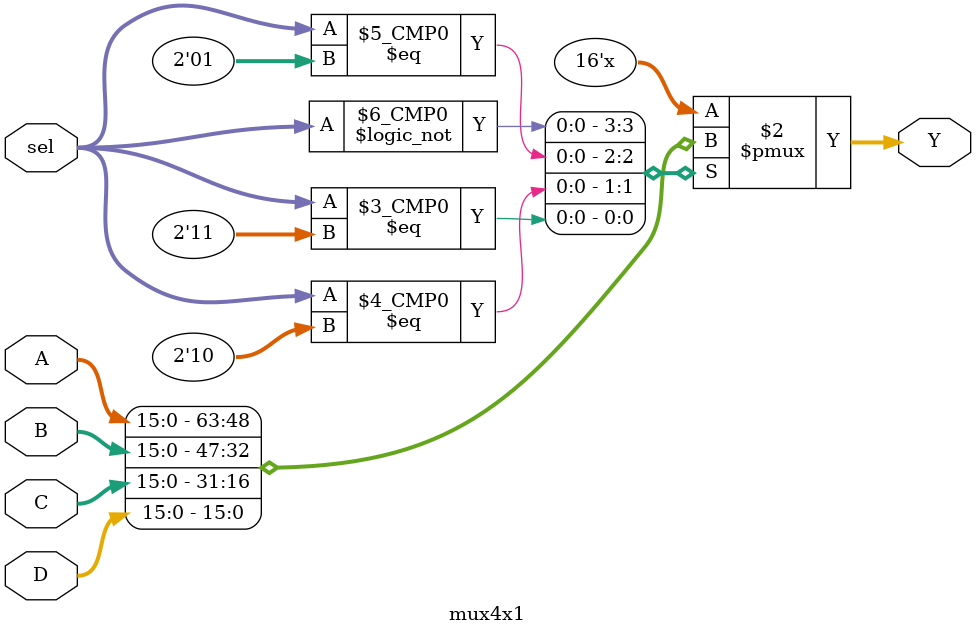
<source format=v>
module mux4x1(
  input wire [15:0] A,       
  input wire [15:0] B,       
  input wire [15:0] C,       
  input wire [15:0] D,       
  input wire [1:0] sel,      
  output reg [15:0] Y      
);

  // Always block that is sensitive to changes in the sel signal
  always @(sel or A) begin
    case (sel)
      2'b00: Y = A;
      2'b01: Y = B;
      2'b10: Y = C;
      2'b11: Y = D;
      default: Y = 16'b0;  // Default case to avoid latches
    endcase
  end
endmodule


// module tb_mux4x1();

//     reg [15:0] A, B, C, D;   
//     reg [1:0] sel;           
    
//     wire [15:0] Y;           

//     // Instantiate the mux4x1 module
//     mux4x1 uut (
//         .A(A),
//         .B(B),
//         .C(C),
//         .D(D),
//         .sel(sel),
//         .Y(Y)
//     );

//     initial begin
//         // Test case 1: sel = 00 (A)
//         A = 16'h1234;
//         B = 16'h5678;
//         C = 16'hABCD;
//         D = 16'hFFFF;
//         sel = 2'b00;
//         #10;
//         $display("Test case 1: sel = %b, Y = %h", sel, Y);

//         // Test case 2: sel = 01 (B)
//         sel = 2'b01;
//         #10;
//         $display("Test case 2: sel = %b, Y = %h", sel, Y);

//         // Test case 3: sel = 10 (C)
//         sel = 2'b10;
//         #10;
//         $display("Test case 3: sel = %b, Y = %h", sel, Y);

       
//         $finish;
//     end

// endmodule


</source>
